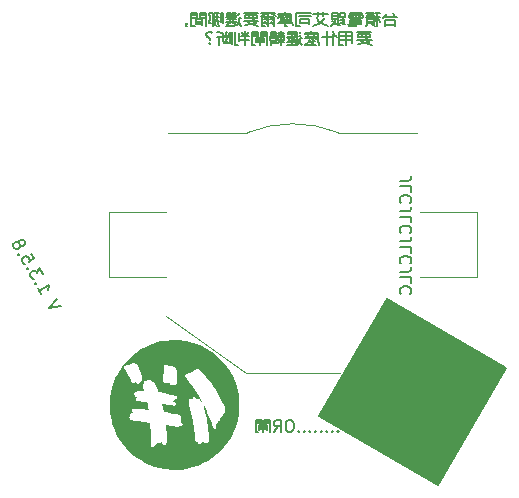
<source format=gbr>
%TF.GenerationSoftware,KiCad,Pcbnew,(6.0.5-0)*%
%TF.CreationDate,2022-06-08T15:31:11+08:00*%
%TF.ProjectId,dtl,64746c2e-6b69-4636-9164-5f7063625858,rev?*%
%TF.SameCoordinates,Original*%
%TF.FileFunction,Legend,Bot*%
%TF.FilePolarity,Positive*%
%FSLAX46Y46*%
G04 Gerber Fmt 4.6, Leading zero omitted, Abs format (unit mm)*
G04 Created by KiCad (PCBNEW (6.0.5-0)) date 2022-06-08 15:31:11*
%MOMM*%
%LPD*%
G01*
G04 APERTURE LIST*
%ADD10C,0.150000*%
%ADD11C,0.200000*%
%ADD12C,0.120000*%
G04 APERTURE END LIST*
D10*
X196500918Y-65262941D02*
X195468226Y-65474266D01*
X196167585Y-64685591D01*
X194492036Y-63783455D02*
X194777750Y-64278326D01*
X194634893Y-64030891D02*
X195500918Y-63530891D01*
X195424819Y-63684798D01*
X195389960Y-63814895D01*
X195396339Y-63921183D01*
X194360229Y-63364682D02*
X194295180Y-63347252D01*
X194277750Y-63412301D01*
X194342799Y-63429731D01*
X194360229Y-63364682D01*
X194277750Y-63412301D01*
X194953299Y-62582387D02*
X194643775Y-62046276D01*
X194480528Y-62525427D01*
X194409099Y-62401709D01*
X194320241Y-62343040D01*
X194255192Y-62325610D01*
X194148904Y-62331990D01*
X193942707Y-62451037D01*
X193884038Y-62539896D01*
X193866608Y-62604945D01*
X193872988Y-62711233D01*
X194015845Y-62958669D01*
X194104704Y-63017338D01*
X194169752Y-63034767D01*
X193645943Y-62127503D02*
X193580894Y-62110073D01*
X193563464Y-62175122D01*
X193628513Y-62192552D01*
X193645943Y-62127503D01*
X193563464Y-62175122D01*
X193953299Y-60850336D02*
X194191394Y-61262729D01*
X193802811Y-61542063D01*
X193820241Y-61477014D01*
X193813861Y-61370726D01*
X193694813Y-61164530D01*
X193605955Y-61105861D01*
X193540906Y-61088431D01*
X193434618Y-61094811D01*
X193228421Y-61213858D01*
X193169752Y-61302717D01*
X193152323Y-61367765D01*
X193158702Y-61474054D01*
X193277750Y-61680250D01*
X193366608Y-61738919D01*
X193431657Y-61756349D01*
X192931657Y-60890324D02*
X192866608Y-60872894D01*
X192849178Y-60937943D01*
X192914227Y-60955372D01*
X192931657Y-60890324D01*
X192849178Y-60937943D01*
X193034526Y-60116117D02*
X193123385Y-60174786D01*
X193188434Y-60192216D01*
X193294722Y-60185837D01*
X193335961Y-60162027D01*
X193394630Y-60073169D01*
X193412060Y-60008120D01*
X193405680Y-59901832D01*
X193310442Y-59736874D01*
X193221584Y-59678205D01*
X193156535Y-59660776D01*
X193050247Y-59667155D01*
X193009007Y-59690965D01*
X192950338Y-59779823D01*
X192932908Y-59844872D01*
X192939288Y-59951160D01*
X193034526Y-60116117D01*
X193040906Y-60222406D01*
X193023476Y-60287454D01*
X192964807Y-60376313D01*
X192799850Y-60471551D01*
X192693562Y-60477931D01*
X192628513Y-60460501D01*
X192539655Y-60401832D01*
X192444417Y-60236874D01*
X192438037Y-60130586D01*
X192455467Y-60065537D01*
X192514136Y-59976679D01*
X192679093Y-59881441D01*
X192785381Y-59875061D01*
X192850430Y-59892491D01*
X192939288Y-59951160D01*
X224938095Y-40833095D02*
X223842857Y-40833095D01*
X224795238Y-41499761D02*
X223938095Y-41499761D01*
X224795238Y-41071190D02*
X224795238Y-41547380D01*
X224795238Y-41071190D02*
X223938095Y-41071190D01*
X223938095Y-41547380D01*
X224080952Y-40595000D02*
X223747619Y-40928333D01*
X224557142Y-40452142D02*
X224795238Y-40833095D01*
X222985714Y-40499761D02*
X222319047Y-40499761D01*
X222938095Y-40642619D02*
X222366666Y-40642619D01*
X223461904Y-40785476D02*
X222271428Y-40785476D01*
X222938095Y-41023571D02*
X222366666Y-41023571D01*
X222938095Y-41214047D02*
X222366666Y-41214047D01*
X222938095Y-41356904D02*
X222366666Y-41356904D01*
X223223809Y-40499761D02*
X223223809Y-41547380D01*
X222938095Y-40880714D02*
X222938095Y-41356904D01*
X222652380Y-40404523D02*
X222652380Y-40737857D01*
X222938095Y-40880714D02*
X222366666Y-40880714D01*
X222366666Y-41356904D01*
X223223809Y-40880714D02*
X223033333Y-41118809D01*
X222509523Y-41452142D02*
X222271428Y-41547380D01*
X223223809Y-40785476D02*
X223461904Y-41261666D01*
X222795238Y-41404523D02*
X223033333Y-41547380D01*
X223080952Y-40452142D02*
X223461904Y-40499761D01*
X221938095Y-40499761D02*
X220938095Y-40499761D01*
X221890476Y-40785476D02*
X221604761Y-40785476D01*
X221319047Y-40785476D02*
X220985714Y-40785476D01*
X221938095Y-40928333D02*
X221604761Y-40928333D01*
X221319047Y-40928333D02*
X220938095Y-40928333D01*
X221890476Y-41214047D02*
X220938095Y-41214047D01*
X221890476Y-41404523D02*
X220938095Y-41404523D01*
X221414285Y-41547380D02*
X220842857Y-41547380D01*
X222033333Y-40642619D02*
X222033333Y-40833095D01*
X221890476Y-41071190D02*
X221890476Y-41452142D01*
X221461904Y-40499761D02*
X221461904Y-40975952D01*
X221414285Y-41071190D02*
X221414285Y-41547380D01*
X221890476Y-41071190D02*
X220938095Y-41071190D01*
X220938095Y-41404523D01*
X222033333Y-40642619D02*
X220842857Y-40642619D01*
X220842857Y-40833095D01*
X220795238Y-41404523D02*
X220842857Y-41547380D01*
X219938095Y-40737857D02*
X219414285Y-40737857D01*
X220509523Y-40833095D02*
X220128571Y-40833095D01*
X219938095Y-40975952D02*
X219414285Y-40975952D01*
X220319047Y-41071190D02*
X220080952Y-41071190D01*
X220509523Y-40499761D02*
X220509523Y-40785476D01*
X220461904Y-41023571D02*
X220461904Y-41452142D01*
X220319047Y-40833095D02*
X220319047Y-41404523D01*
X220509523Y-40499761D02*
X220128571Y-40499761D01*
X220128571Y-40785476D01*
X219938095Y-40499761D02*
X219938095Y-41499761D01*
X219938095Y-40499761D02*
X219414285Y-40499761D01*
X219414285Y-40975952D01*
X219604761Y-41309285D02*
X219366666Y-41547380D01*
X219414285Y-41166428D02*
X219604761Y-41261666D01*
X219747619Y-40975952D02*
X219557142Y-41404523D01*
X220080952Y-41356904D02*
X220557142Y-41452142D01*
X219652380Y-41452142D02*
X220080952Y-41499761D01*
X219080952Y-40547380D02*
X217842857Y-40547380D01*
X218700000Y-40404523D02*
X218700000Y-40737857D01*
X218223809Y-40404523D02*
X218223809Y-40737857D01*
X218795238Y-40880714D02*
X218700000Y-41071190D01*
X218461904Y-41309285D01*
X218223809Y-41452142D01*
X217842857Y-41547380D01*
X218128571Y-40833095D02*
X218223809Y-41118809D01*
X218461904Y-41309285D01*
X218700000Y-41452142D01*
X219080952Y-41547380D01*
X217604761Y-40737857D02*
X216604761Y-40737857D01*
X217461904Y-41309285D02*
X216747619Y-41309285D01*
X216700000Y-41547380D02*
X216366666Y-41547380D01*
X217461904Y-40975952D02*
X217461904Y-41404523D01*
X217461904Y-40975952D02*
X216747619Y-40975952D01*
X216747619Y-41309285D01*
X217604761Y-40499761D02*
X216366666Y-40499761D01*
X216366666Y-41547380D01*
X215985714Y-40547380D02*
X214890476Y-40547380D01*
X215890476Y-40690238D02*
X215414285Y-40690238D01*
X215366666Y-40690238D02*
X214938095Y-40690238D01*
X215842857Y-41166428D02*
X214985714Y-41166428D01*
X215938095Y-41356904D02*
X214890476Y-41356904D01*
X215652380Y-41547380D02*
X215414285Y-41547380D01*
X215652380Y-40595000D02*
X215652380Y-40975952D01*
X215461904Y-40404523D02*
X215461904Y-40547380D01*
X215842857Y-41071190D02*
X215414285Y-41071190D01*
X215414285Y-41547380D01*
X215128571Y-40595000D02*
X215128571Y-40928333D01*
X215128571Y-40690238D02*
X214890476Y-40928333D01*
X215128571Y-40690238D02*
X215366666Y-40928333D01*
X215652380Y-40690238D02*
X215890476Y-40928333D01*
X215700000Y-40737857D02*
X215461904Y-40833095D01*
X215985714Y-40547380D02*
X215985714Y-41166428D01*
X216080952Y-41499761D01*
X215080952Y-40975952D02*
X215414285Y-41023571D01*
X214604761Y-40499761D02*
X213414285Y-40499761D01*
X213747619Y-41547380D02*
X213557142Y-41547380D01*
X214509523Y-40785476D02*
X214509523Y-41547380D01*
X214033333Y-40499761D02*
X214033333Y-41547380D01*
X214509523Y-40785476D02*
X213509523Y-40785476D01*
X213509523Y-41547380D01*
X213795238Y-41261666D02*
X213700000Y-41356904D01*
X214366666Y-40928333D02*
X214176190Y-40975952D01*
X214319047Y-41261666D02*
X214176190Y-41356904D01*
X214223809Y-41214047D02*
X214414285Y-41452142D01*
X213700000Y-40833095D02*
X213938095Y-41071190D01*
X213700000Y-41214047D02*
X213938095Y-41452142D01*
X214176190Y-40833095D02*
X214414285Y-41071190D01*
X213890476Y-40928333D02*
X213700000Y-40975952D01*
X213795238Y-40595000D02*
X213414285Y-40737857D01*
X214319047Y-40595000D02*
X214652380Y-40737857D01*
X213128571Y-40499761D02*
X211985714Y-40499761D01*
X213080952Y-40928333D02*
X212033333Y-40928333D01*
X213176190Y-41118809D02*
X211938095Y-41118809D01*
X213080952Y-40690238D02*
X213080952Y-40928333D01*
X212747619Y-40499761D02*
X212747619Y-40928333D01*
X212366666Y-40499761D02*
X212366666Y-40928333D01*
X213080952Y-40690238D02*
X212033333Y-40690238D01*
X212033333Y-40928333D01*
X212223809Y-41118809D02*
X212414285Y-41356904D01*
X212604761Y-41452142D01*
X213176190Y-41547380D01*
X212700000Y-41023571D02*
X212985714Y-41356904D01*
X212033333Y-41499761D01*
X211319047Y-40642619D02*
X210985714Y-40642619D01*
X210842857Y-40642619D02*
X210557142Y-40642619D01*
X211319047Y-40785476D02*
X210985714Y-40785476D01*
X210842857Y-40785476D02*
X210461904Y-40785476D01*
X211319047Y-40975952D02*
X210509523Y-40975952D01*
X211366666Y-41214047D02*
X210461904Y-41214047D01*
X211080952Y-40880714D02*
X211080952Y-41214047D01*
X211319047Y-40499761D02*
X210985714Y-40499761D01*
X210985714Y-40642619D01*
X210747619Y-40880714D02*
X210747619Y-41214047D01*
X210842857Y-40499761D02*
X210557142Y-40499761D01*
X210557142Y-40642619D01*
X211652380Y-40452142D02*
X211461904Y-40642619D01*
X211700000Y-40928333D02*
X211509523Y-40928333D01*
X211509523Y-41356904D01*
X211700000Y-41547380D01*
X211319047Y-40642619D02*
X211319047Y-40833095D01*
X210747619Y-41309285D02*
X210509523Y-41404523D01*
X211080952Y-41309285D02*
X211319047Y-41404523D01*
X210842857Y-40642619D02*
X210842857Y-40833095D01*
X211557142Y-41404523D02*
X211080952Y-41547380D01*
X210461904Y-41547380D01*
X209842857Y-40785476D02*
X209414285Y-40785476D01*
X209842857Y-41118809D02*
X209414285Y-41118809D01*
X210223809Y-41214047D02*
X209985714Y-41214047D01*
X210223809Y-40499761D02*
X210223809Y-41309285D01*
X210223809Y-40499761D02*
X209985714Y-40499761D01*
X209985714Y-41214047D01*
X209319047Y-40499761D02*
X209319047Y-41547380D01*
X209319047Y-40499761D02*
X208985714Y-40499761D01*
X209128571Y-40880714D01*
X209700000Y-40499761D02*
X209700000Y-41166428D01*
X209890476Y-41547380D01*
X209033333Y-41356904D02*
X209176190Y-41356904D01*
X209890476Y-40499761D02*
X209461904Y-40499761D01*
X209509523Y-41499761D01*
X209700000Y-41547380D01*
X209080952Y-40975952D02*
X208985714Y-41214047D01*
X209033333Y-41356904D01*
X209700000Y-40833095D02*
X209795238Y-41356904D01*
X208747619Y-40690238D02*
X208271428Y-40690238D01*
X208033333Y-40690238D02*
X207509523Y-40690238D01*
X208747619Y-40880714D02*
X208271428Y-40880714D01*
X208033333Y-40880714D02*
X207509523Y-40880714D01*
X208414285Y-41214047D02*
X207890476Y-41214047D01*
X208414285Y-41452142D02*
X207890476Y-41452142D01*
X207795238Y-41547380D02*
X207509523Y-41547380D01*
X208747619Y-40499761D02*
X208747619Y-41547380D01*
X208414285Y-41023571D02*
X208414285Y-41499761D01*
X208747619Y-40499761D02*
X208271428Y-40499761D01*
X208271428Y-40880714D01*
X208033333Y-40499761D02*
X208033333Y-40880714D01*
X208414285Y-41023571D02*
X207890476Y-41023571D01*
X207890476Y-41404523D01*
X208033333Y-40499761D02*
X207509523Y-40499761D01*
X207509523Y-41547380D01*
X207128571Y-41356904D02*
X207080952Y-41404523D01*
X207128571Y-41452142D01*
X207176190Y-41404523D01*
X207128571Y-41356904D01*
X207128571Y-41452142D01*
X207080952Y-41404523D02*
X207080952Y-41547380D01*
X207128571Y-41595000D01*
X222723809Y-42109761D02*
X221580952Y-42109761D01*
X222676190Y-42538333D02*
X221628571Y-42538333D01*
X222771428Y-42728809D02*
X221533333Y-42728809D01*
X222676190Y-42300238D02*
X222676190Y-42538333D01*
X222342857Y-42109761D02*
X222342857Y-42538333D01*
X221961904Y-42109761D02*
X221961904Y-42538333D01*
X222676190Y-42300238D02*
X221628571Y-42300238D01*
X221628571Y-42538333D01*
X221819047Y-42728809D02*
X222009523Y-42966904D01*
X222200000Y-43062142D01*
X222771428Y-43157380D01*
X222295238Y-42633571D02*
X222580952Y-42966904D01*
X221628571Y-43109761D01*
X221104761Y-42443095D02*
X220057142Y-42443095D01*
X221104761Y-42776428D02*
X220057142Y-42776428D01*
X220342857Y-43157380D02*
X220057142Y-43157380D01*
X220628571Y-42109761D02*
X220628571Y-43157380D01*
X221104761Y-42109761D02*
X220057142Y-42109761D01*
X220057142Y-43157380D01*
X221104761Y-42109761D02*
X221104761Y-42728809D01*
X221152380Y-43014523D01*
X219438095Y-42490714D02*
X218580952Y-42490714D01*
X219533333Y-42252619D02*
X219533333Y-43157380D01*
X219009523Y-42014523D02*
X219009523Y-43157380D01*
X219580952Y-42347857D02*
X219819047Y-42538333D01*
X219485714Y-42014523D02*
X219628571Y-42347857D01*
X218247619Y-42157380D02*
X217104761Y-42157380D01*
X218104761Y-42300238D02*
X217723809Y-42300238D01*
X217580952Y-42300238D02*
X217152380Y-42300238D01*
X217247619Y-42633571D02*
X217104761Y-42633571D01*
X218104761Y-43157380D02*
X217152380Y-43157380D01*
X217914285Y-42205000D02*
X217914285Y-42633571D01*
X217723809Y-42395476D02*
X217723809Y-42585952D01*
X217676190Y-42014523D02*
X217676190Y-42157380D01*
X217390476Y-42205000D02*
X217390476Y-42633571D01*
X217200000Y-42395476D02*
X217200000Y-42633571D01*
X217295238Y-43014523D02*
X217152380Y-43157380D01*
X217438095Y-42966904D02*
X217295238Y-43014523D01*
X217723809Y-42681190D02*
X217914285Y-42871666D01*
X217485714Y-42776428D02*
X217676190Y-42966904D01*
X218009523Y-42824047D02*
X217771428Y-42966904D01*
X217723809Y-43014523D02*
X217914285Y-43109761D01*
X218057142Y-42443095D02*
X218104761Y-42681190D01*
X217580952Y-42395476D02*
X217580952Y-42633571D01*
X218247619Y-42157380D02*
X218247619Y-42776428D01*
X218295238Y-43157380D01*
X216485714Y-42252619D02*
X215676190Y-42252619D01*
X216057142Y-42490714D02*
X215628571Y-42490714D01*
X216057142Y-42633571D02*
X215676190Y-42633571D01*
X216580952Y-42728809D02*
X216200000Y-42728809D01*
X216057142Y-42824047D02*
X215676190Y-42824047D01*
X216057142Y-42966904D02*
X215628571Y-42966904D01*
X216438095Y-43157380D02*
X215628571Y-43157380D01*
X216485714Y-42062142D02*
X216485714Y-42252619D01*
X216342857Y-42681190D02*
X216342857Y-43062142D01*
X216009523Y-42395476D02*
X216009523Y-43062142D01*
X215819047Y-42395476D02*
X215819047Y-42966904D01*
X216819047Y-42062142D02*
X216676190Y-42205000D01*
X216295238Y-42585952D02*
X216152380Y-42728809D01*
X216533333Y-42443095D02*
X216390476Y-42538333D01*
X216819047Y-42347857D02*
X216676190Y-42443095D01*
X216866666Y-42633571D02*
X216676190Y-42633571D01*
X216723809Y-43014523D01*
X216866666Y-43157380D01*
X216390476Y-42347857D02*
X216485714Y-42443095D01*
X216247619Y-42443095D02*
X216533333Y-42681190D01*
X216247619Y-42776428D02*
X216200000Y-42919285D01*
X216533333Y-42776428D02*
X216533333Y-42966904D01*
X216009523Y-42300238D02*
X216152380Y-42585952D01*
X216247619Y-42062142D02*
X216247619Y-42252619D01*
X215961904Y-42062142D02*
X215961904Y-42252619D01*
X216485714Y-42062142D02*
X215676190Y-42062142D01*
X215723809Y-42252619D01*
X216723809Y-43014523D02*
X216485714Y-43109761D01*
X216200000Y-43157380D01*
X215390476Y-42205000D02*
X214819047Y-42205000D01*
X214723809Y-42300238D02*
X214247619Y-42300238D01*
X215342857Y-42538333D02*
X214866666Y-42538333D01*
X214676190Y-42633571D02*
X214247619Y-42633571D01*
X215342857Y-42728809D02*
X214866666Y-42728809D01*
X214676190Y-42824047D02*
X214247619Y-42824047D01*
X215390476Y-42919285D02*
X214819047Y-42919285D01*
X214723809Y-43014523D02*
X214247619Y-43014523D01*
X214819047Y-43062142D02*
X214390476Y-43062142D01*
X215342857Y-42347857D02*
X215342857Y-42728809D01*
X215104761Y-42014523D02*
X215104761Y-43157380D01*
X215342857Y-42347857D02*
X214866666Y-42347857D01*
X214866666Y-42728809D01*
X214723809Y-42062142D02*
X214723809Y-42300238D01*
X214676190Y-42443095D02*
X214676190Y-43014523D01*
X214771428Y-42443095D02*
X214200000Y-42443095D01*
X214247619Y-43157380D01*
X214723809Y-42062142D02*
X214247619Y-42062142D01*
X214247619Y-42300238D01*
X213914285Y-42252619D02*
X213438095Y-42252619D01*
X213200000Y-42252619D02*
X212676190Y-42252619D01*
X213914285Y-42443095D02*
X213438095Y-42443095D01*
X213200000Y-42443095D02*
X212676190Y-42443095D01*
X213628571Y-42728809D02*
X212961904Y-42728809D01*
X213628571Y-42919285D02*
X212961904Y-42919285D01*
X212866666Y-43157380D02*
X212676190Y-43157380D01*
X213914285Y-42109761D02*
X213914285Y-43157380D01*
X213628571Y-42585952D02*
X213628571Y-42966904D01*
X213914285Y-42109761D02*
X213390476Y-42109761D01*
X213390476Y-42443095D01*
X213295238Y-42585952D02*
X213295238Y-43157380D01*
X213200000Y-42109761D02*
X213200000Y-42443095D01*
X213628571Y-42585952D02*
X212961904Y-42585952D01*
X212961904Y-42966904D01*
X213200000Y-42109761D02*
X212676190Y-42109761D01*
X212676190Y-43157380D01*
X212390476Y-42443095D02*
X211723809Y-42443095D01*
X212438095Y-42728809D02*
X211676190Y-42728809D01*
X211485714Y-43157380D02*
X211200000Y-43157380D01*
X212057142Y-42014523D02*
X212057142Y-43157380D01*
X211580952Y-42157380D02*
X211580952Y-42824047D01*
X211200000Y-42062142D02*
X211200000Y-43157380D01*
X212342857Y-42109761D02*
X212247619Y-42347857D01*
X211771428Y-42109761D02*
X211866666Y-42347857D01*
X210914285Y-42395476D02*
X210628571Y-42395476D01*
X210580952Y-42395476D02*
X210295238Y-42395476D01*
X210200000Y-42490714D02*
X209723809Y-42490714D01*
X210961904Y-42490714D02*
X210295238Y-42490714D01*
X210580952Y-42966904D02*
X210295238Y-42966904D01*
X210961904Y-43014523D02*
X210342857Y-43014523D01*
X210961904Y-42062142D02*
X210961904Y-43109761D01*
X209866666Y-42490714D02*
X209866666Y-43157380D01*
X210866666Y-42205000D02*
X210771428Y-42300238D01*
X210866666Y-42681190D02*
X210771428Y-42824047D01*
X210771428Y-42062142D02*
X210819047Y-42205000D01*
X210914285Y-42966904D02*
X210676190Y-42919285D01*
X210676190Y-42966904D01*
X210723809Y-42157380D02*
X210819047Y-42395476D01*
X210771428Y-42585952D02*
X210771428Y-42681190D01*
X210819047Y-42919285D01*
X210485714Y-42062142D02*
X210533333Y-42205000D01*
X210438095Y-42252619D01*
X210485714Y-42395476D01*
X210485714Y-42538333D02*
X210533333Y-42681190D01*
X210438095Y-42776428D01*
X210485714Y-42919285D01*
X209723809Y-42062142D02*
X210200000Y-42157380D01*
X210200000Y-42776428D01*
X210247619Y-43062142D01*
X209057142Y-43014523D02*
X209009523Y-43062142D01*
X209057142Y-43109761D01*
X209104761Y-43062142D01*
X209057142Y-43014523D01*
X209057142Y-43109761D01*
X209247619Y-42157380D02*
X209152380Y-42109761D01*
X208914285Y-42109761D01*
X208819047Y-42157380D01*
X208771428Y-42252619D01*
X208771428Y-42347857D01*
X208819047Y-42443095D01*
X208866666Y-42490714D01*
X208961904Y-42538333D01*
X209009523Y-42585952D01*
X209057142Y-42681190D01*
X209057142Y-42728809D01*
X225152380Y-54680952D02*
X225866666Y-54680952D01*
X226009523Y-54633333D01*
X226104761Y-54538095D01*
X226152380Y-54395238D01*
X226152380Y-54300000D01*
X226152380Y-55633333D02*
X226152380Y-55157142D01*
X225152380Y-55157142D01*
X226057142Y-56538095D02*
X226104761Y-56490476D01*
X226152380Y-56347619D01*
X226152380Y-56252380D01*
X226104761Y-56109523D01*
X226009523Y-56014285D01*
X225914285Y-55966666D01*
X225723809Y-55919047D01*
X225580952Y-55919047D01*
X225390476Y-55966666D01*
X225295238Y-56014285D01*
X225200000Y-56109523D01*
X225152380Y-56252380D01*
X225152380Y-56347619D01*
X225200000Y-56490476D01*
X225247619Y-56538095D01*
X225152380Y-57252380D02*
X225866666Y-57252380D01*
X226009523Y-57204761D01*
X226104761Y-57109523D01*
X226152380Y-56966666D01*
X226152380Y-56871428D01*
X226152380Y-58204761D02*
X226152380Y-57728571D01*
X225152380Y-57728571D01*
X226057142Y-59109523D02*
X226104761Y-59061904D01*
X226152380Y-58919047D01*
X226152380Y-58823809D01*
X226104761Y-58680952D01*
X226009523Y-58585714D01*
X225914285Y-58538095D01*
X225723809Y-58490476D01*
X225580952Y-58490476D01*
X225390476Y-58538095D01*
X225295238Y-58585714D01*
X225200000Y-58680952D01*
X225152380Y-58823809D01*
X225152380Y-58919047D01*
X225200000Y-59061904D01*
X225247619Y-59109523D01*
X225152380Y-59823809D02*
X225866666Y-59823809D01*
X226009523Y-59776190D01*
X226104761Y-59680952D01*
X226152380Y-59538095D01*
X226152380Y-59442857D01*
X226152380Y-60776190D02*
X226152380Y-60300000D01*
X225152380Y-60300000D01*
X226057142Y-61680952D02*
X226104761Y-61633333D01*
X226152380Y-61490476D01*
X226152380Y-61395238D01*
X226104761Y-61252380D01*
X226009523Y-61157142D01*
X225914285Y-61109523D01*
X225723809Y-61061904D01*
X225580952Y-61061904D01*
X225390476Y-61109523D01*
X225295238Y-61157142D01*
X225200000Y-61252380D01*
X225152380Y-61395238D01*
X225152380Y-61490476D01*
X225200000Y-61633333D01*
X225247619Y-61680952D01*
X225152380Y-62395238D02*
X225866666Y-62395238D01*
X226009523Y-62347619D01*
X226104761Y-62252380D01*
X226152380Y-62109523D01*
X226152380Y-62014285D01*
X226152380Y-63347619D02*
X226152380Y-62871428D01*
X225152380Y-62871428D01*
X226057142Y-64252380D02*
X226104761Y-64204761D01*
X226152380Y-64061904D01*
X226152380Y-63966666D01*
X226104761Y-63823809D01*
X226009523Y-63728571D01*
X225914285Y-63680952D01*
X225723809Y-63633333D01*
X225580952Y-63633333D01*
X225390476Y-63680952D01*
X225295238Y-63728571D01*
X225200000Y-63823809D01*
X225152380Y-63966666D01*
X225152380Y-64061904D01*
X225200000Y-64204761D01*
X225247619Y-64252380D01*
X219928571Y-75857142D02*
X219880952Y-75904761D01*
X219928571Y-75952380D01*
X219976190Y-75904761D01*
X219928571Y-75857142D01*
X219928571Y-75952380D01*
X219452380Y-75857142D02*
X219404761Y-75904761D01*
X219452380Y-75952380D01*
X219500000Y-75904761D01*
X219452380Y-75857142D01*
X219452380Y-75952380D01*
X218976190Y-75857142D02*
X218928571Y-75904761D01*
X218976190Y-75952380D01*
X219023809Y-75904761D01*
X218976190Y-75857142D01*
X218976190Y-75952380D01*
X218500000Y-75857142D02*
X218452380Y-75904761D01*
X218500000Y-75952380D01*
X218547619Y-75904761D01*
X218500000Y-75857142D01*
X218500000Y-75952380D01*
X218023809Y-75857142D02*
X217976190Y-75904761D01*
X218023809Y-75952380D01*
X218071428Y-75904761D01*
X218023809Y-75857142D01*
X218023809Y-75952380D01*
X217547619Y-75857142D02*
X217500000Y-75904761D01*
X217547619Y-75952380D01*
X217595238Y-75904761D01*
X217547619Y-75857142D01*
X217547619Y-75952380D01*
X217071428Y-75857142D02*
X217023809Y-75904761D01*
X217071428Y-75952380D01*
X217119047Y-75904761D01*
X217071428Y-75857142D01*
X217071428Y-75952380D01*
X216595238Y-75857142D02*
X216547619Y-75904761D01*
X216595238Y-75952380D01*
X216642857Y-75904761D01*
X216595238Y-75857142D01*
X216595238Y-75952380D01*
X215928571Y-74952380D02*
X215738095Y-74952380D01*
X215642857Y-75000000D01*
X215547619Y-75095238D01*
X215500000Y-75285714D01*
X215500000Y-75619047D01*
X215547619Y-75809523D01*
X215642857Y-75904761D01*
X215738095Y-75952380D01*
X215928571Y-75952380D01*
X216023809Y-75904761D01*
X216119047Y-75809523D01*
X216166666Y-75619047D01*
X216166666Y-75285714D01*
X216119047Y-75095238D01*
X216023809Y-75000000D01*
X215928571Y-74952380D01*
X214500000Y-75952380D02*
X214833333Y-75476190D01*
X215071428Y-75952380D02*
X215071428Y-74952380D01*
X214690476Y-74952380D01*
X214595238Y-75000000D01*
X214547619Y-75047619D01*
X214500000Y-75142857D01*
X214500000Y-75285714D01*
X214547619Y-75380952D01*
X214595238Y-75428571D01*
X214690476Y-75476190D01*
X215071428Y-75476190D01*
X214214285Y-75047619D02*
X213738095Y-75047619D01*
X213500000Y-75047619D02*
X212976190Y-75047619D01*
X214214285Y-75238095D02*
X213738095Y-75238095D01*
X213500000Y-75238095D02*
X212976190Y-75238095D01*
X213928571Y-75523809D02*
X213261904Y-75523809D01*
X213928571Y-75714285D02*
X213261904Y-75714285D01*
X213166666Y-75952380D02*
X212976190Y-75952380D01*
X214214285Y-74904761D02*
X214214285Y-75952380D01*
X213928571Y-75380952D02*
X213928571Y-75761904D01*
X214214285Y-74904761D02*
X213690476Y-74904761D01*
X213690476Y-75238095D01*
X213595238Y-75380952D02*
X213595238Y-75952380D01*
X213500000Y-74904761D02*
X213500000Y-75238095D01*
X213928571Y-75380952D02*
X213261904Y-75380952D01*
X213261904Y-75761904D01*
X213500000Y-74904761D02*
X212976190Y-74904761D01*
X212976190Y-75952380D01*
D11*
G36*
X234160159Y-70497725D02*
G01*
X228419760Y-80440389D01*
X218323116Y-74611089D01*
X224063516Y-64668425D01*
X234160159Y-70497725D01*
G37*
X234160159Y-70497725D02*
X228419760Y-80440389D01*
X218323116Y-74611089D01*
X224063516Y-64668425D01*
X234160159Y-70497725D01*
%TO.C,G\u002A\u002A\u002A*%
G36*
X211562611Y-74302680D02*
G01*
X211542427Y-74469240D01*
X211513913Y-74636948D01*
X211475834Y-74816295D01*
X211426952Y-75017770D01*
X211407911Y-75091647D01*
X211349087Y-75301286D01*
X211286369Y-75493433D01*
X211214853Y-75681276D01*
X211129639Y-75877999D01*
X211025825Y-76096789D01*
X210851419Y-76424086D01*
X210597620Y-76822499D01*
X210312266Y-77194782D01*
X209997398Y-77539514D01*
X209655055Y-77855275D01*
X209287279Y-78140644D01*
X208896110Y-78394201D01*
X208483589Y-78614525D01*
X208051756Y-78800197D01*
X207602652Y-78949795D01*
X207138317Y-79061901D01*
X206660792Y-79135092D01*
X206597596Y-79140642D01*
X206461418Y-79147187D01*
X206298486Y-79150166D01*
X206118550Y-79149792D01*
X205931357Y-79146282D01*
X205746656Y-79139849D01*
X205574197Y-79130711D01*
X205423727Y-79119081D01*
X205304995Y-79105174D01*
X205162478Y-79080839D01*
X204967453Y-79040773D01*
X204761955Y-78992466D01*
X204559123Y-78939220D01*
X204372093Y-78884334D01*
X204214003Y-78831109D01*
X204163356Y-78811891D01*
X203987807Y-78738706D01*
X203794995Y-78650132D01*
X203596397Y-78551971D01*
X203403487Y-78450026D01*
X203227744Y-78350101D01*
X203080642Y-78257998D01*
X203054507Y-78240419D01*
X202658825Y-77948282D01*
X202294936Y-77628907D01*
X201963624Y-77283183D01*
X201665674Y-76911996D01*
X201401868Y-76516236D01*
X201172990Y-76096789D01*
X201137011Y-76022666D01*
X201039761Y-75812471D01*
X200959523Y-75620069D01*
X200891395Y-75432276D01*
X200830476Y-75235904D01*
X200771863Y-75017770D01*
X200756041Y-74954607D01*
X200712565Y-74770059D01*
X202274899Y-74770059D01*
X202280812Y-74813686D01*
X202296604Y-74851498D01*
X202325204Y-74884469D01*
X202369540Y-74913572D01*
X202432539Y-74939781D01*
X202517129Y-74964070D01*
X202626237Y-74987414D01*
X202762792Y-75010784D01*
X202929720Y-75035157D01*
X203129950Y-75061504D01*
X203366410Y-75090801D01*
X203642026Y-75124021D01*
X203674692Y-75128005D01*
X203783135Y-75142211D01*
X203876718Y-75155913D01*
X203946357Y-75167718D01*
X203982970Y-75176237D01*
X203999783Y-75184900D01*
X204015275Y-75204619D01*
X204025821Y-75241693D01*
X204033555Y-75304451D01*
X204040610Y-75401224D01*
X204047165Y-75505164D01*
X204063456Y-75776593D01*
X204076151Y-76011891D01*
X204085413Y-76215555D01*
X204091403Y-76392084D01*
X204094285Y-76545975D01*
X204094221Y-76681725D01*
X204091375Y-76803833D01*
X204088171Y-76895523D01*
X204085515Y-76993928D01*
X204085722Y-77062310D01*
X204089534Y-77107881D01*
X204097691Y-77137854D01*
X204110934Y-77159441D01*
X204130004Y-77179854D01*
X204130221Y-77180071D01*
X204181798Y-77215447D01*
X204235187Y-77230151D01*
X204236337Y-77230137D01*
X204283195Y-77216059D01*
X204334947Y-77183229D01*
X204376828Y-77143087D01*
X204394070Y-77107072D01*
X204394359Y-77105241D01*
X204416442Y-77086770D01*
X204462919Y-77068741D01*
X204512968Y-77045220D01*
X204563544Y-76983012D01*
X204564481Y-76981060D01*
X204585207Y-76945361D01*
X204612203Y-76924125D01*
X204657472Y-76911620D01*
X204733019Y-76902118D01*
X204801055Y-76892212D01*
X204872122Y-76875673D01*
X204917636Y-76857677D01*
X204962736Y-76834107D01*
X205011518Y-76830763D01*
X205052708Y-76863077D01*
X205093420Y-76934143D01*
X205125375Y-76990482D01*
X205179712Y-77044905D01*
X205237375Y-77061298D01*
X205295475Y-77041826D01*
X205351125Y-76988654D01*
X205401436Y-76903947D01*
X205443518Y-76789868D01*
X205474485Y-76648583D01*
X205477637Y-76626983D01*
X205484253Y-76556479D01*
X205486045Y-76475186D01*
X205482652Y-76377939D01*
X205473712Y-76259569D01*
X205458864Y-76114911D01*
X205437748Y-75938798D01*
X205410001Y-75726064D01*
X205403006Y-75673803D01*
X205387084Y-75552856D01*
X205376704Y-75466381D01*
X205371799Y-75408827D01*
X205372305Y-75374642D01*
X205378154Y-75358277D01*
X205389281Y-75354180D01*
X205405621Y-75356800D01*
X205407308Y-75357168D01*
X205532467Y-75383436D01*
X205669427Y-75410483D01*
X205811518Y-75437172D01*
X205952073Y-75462364D01*
X206084424Y-75484924D01*
X206201902Y-75503714D01*
X206297841Y-75517597D01*
X206365571Y-75525436D01*
X206398425Y-75526094D01*
X206436586Y-75505268D01*
X206471177Y-75458515D01*
X206472256Y-75455726D01*
X206496142Y-75419015D01*
X206528684Y-75418540D01*
X206543967Y-75424383D01*
X206629668Y-75445937D01*
X206693348Y-75437081D01*
X206742232Y-75397087D01*
X206745731Y-75392557D01*
X206775626Y-75345707D01*
X206787898Y-75311109D01*
X206777131Y-75257806D01*
X206734031Y-75193861D01*
X206668558Y-75153154D01*
X206632917Y-75140381D01*
X206593960Y-75116149D01*
X206588464Y-75082188D01*
X206611104Y-75026786D01*
X206611135Y-75026723D01*
X206632287Y-74977141D01*
X206631589Y-74941068D01*
X206608603Y-74895477D01*
X206605805Y-74890729D01*
X206584626Y-74848588D01*
X206587641Y-74820316D01*
X206616262Y-74785662D01*
X206620240Y-74781224D01*
X206652837Y-74716476D01*
X206657474Y-74642614D01*
X206632645Y-74578650D01*
X206624013Y-74570192D01*
X206570544Y-74542285D01*
X206476144Y-74510391D01*
X206341727Y-74474736D01*
X206168205Y-74435550D01*
X205956491Y-74393060D01*
X205707497Y-74347494D01*
X205614273Y-74330896D01*
X205482726Y-74306746D01*
X205369200Y-74285031D01*
X205279632Y-74266925D01*
X205219957Y-74253605D01*
X205196110Y-74246244D01*
X205192897Y-74240052D01*
X205180835Y-74200276D01*
X205163869Y-74132109D01*
X205143809Y-74044260D01*
X205122465Y-73945436D01*
X205101651Y-73844344D01*
X205083176Y-73749691D01*
X205068853Y-73670186D01*
X205060492Y-73614537D01*
X205059905Y-73591449D01*
X205074540Y-73591131D01*
X205126167Y-73595854D01*
X205209398Y-73605654D01*
X205318468Y-73619805D01*
X205447613Y-73637582D01*
X205591069Y-73658260D01*
X205717424Y-73676704D01*
X205862730Y-73696917D01*
X205974555Y-73710288D01*
X206057792Y-73716657D01*
X206117337Y-73715866D01*
X206158085Y-73707755D01*
X206184930Y-73692164D01*
X206202767Y-73668935D01*
X206216491Y-73637908D01*
X206225377Y-73583881D01*
X206205026Y-73513657D01*
X206153383Y-73454639D01*
X206076566Y-73416509D01*
X206024465Y-73397130D01*
X205979864Y-73364890D01*
X205969114Y-73330857D01*
X205995983Y-73300459D01*
X206033663Y-73273232D01*
X206079287Y-73231610D01*
X206126416Y-73198933D01*
X206182023Y-73183945D01*
X206239958Y-73175512D01*
X206301624Y-73140021D01*
X206336461Y-73085168D01*
X206339545Y-73020088D01*
X206305955Y-72953918D01*
X206276210Y-72932239D01*
X206205873Y-72902567D01*
X206097322Y-72869099D01*
X205949781Y-72831638D01*
X205762472Y-72789992D01*
X205534618Y-72743965D01*
X205265442Y-72693363D01*
X204770426Y-72603001D01*
X204741702Y-72538636D01*
X204722365Y-72495029D01*
X204690277Y-72422362D01*
X204650065Y-72331122D01*
X204606216Y-72231480D01*
X204533483Y-72070885D01*
X204466613Y-71936103D01*
X204407541Y-71834216D01*
X204353436Y-71761451D01*
X204301468Y-71714033D01*
X204248806Y-71688190D01*
X204192618Y-71680148D01*
X204163137Y-71672464D01*
X204125121Y-71639942D01*
X204110647Y-71624803D01*
X204074544Y-71602409D01*
X205099055Y-71602409D01*
X205101672Y-71639683D01*
X205109102Y-71665872D01*
X205121163Y-71687677D01*
X205164747Y-71728410D01*
X205224526Y-71754941D01*
X205285311Y-71773888D01*
X205339675Y-71800223D01*
X205346568Y-71804382D01*
X205388030Y-71818144D01*
X205450240Y-71821741D01*
X205543570Y-71815975D01*
X205605666Y-71810563D01*
X205661639Y-71808075D01*
X205692138Y-71813444D01*
X205706850Y-71828983D01*
X205715463Y-71857004D01*
X205738056Y-71902520D01*
X205781984Y-71946835D01*
X205816480Y-71963958D01*
X205902186Y-71985244D01*
X206001656Y-71992436D01*
X206097661Y-71984871D01*
X206172969Y-71961885D01*
X206182703Y-71956611D01*
X206218982Y-71931368D01*
X206247214Y-71898126D01*
X206268245Y-71851984D01*
X206282926Y-71788039D01*
X206292104Y-71701387D01*
X206296627Y-71587128D01*
X206297345Y-71440357D01*
X206295106Y-71256172D01*
X206294583Y-71225575D01*
X206294152Y-71204150D01*
X206978557Y-71204150D01*
X206978559Y-71204531D01*
X206994236Y-71252979D01*
X207039168Y-71326385D01*
X207111242Y-71421289D01*
X207126642Y-71440357D01*
X207145704Y-71463960D01*
X207316758Y-71683121D01*
X207491598Y-71918341D01*
X207665650Y-72162811D01*
X207834340Y-72409724D01*
X207993094Y-72652273D01*
X208137339Y-72883652D01*
X208262499Y-73097053D01*
X208364002Y-73285669D01*
X208392776Y-73344168D01*
X208405401Y-73378734D01*
X208400454Y-73392997D01*
X208379151Y-73395789D01*
X208348085Y-73383931D01*
X208318153Y-73337532D01*
X208310683Y-73320522D01*
X208274518Y-73264469D01*
X208226047Y-73208583D01*
X208210823Y-73193833D01*
X208166031Y-73158102D01*
X208123808Y-73145798D01*
X208064745Y-73149853D01*
X208063392Y-73150034D01*
X208004897Y-73154399D01*
X207972377Y-73144138D01*
X207950880Y-73114624D01*
X207910249Y-73050693D01*
X207846573Y-72992514D01*
X207778475Y-72972102D01*
X207715514Y-72979367D01*
X207655760Y-73013760D01*
X207624717Y-73077848D01*
X207617274Y-73105073D01*
X207593978Y-73134646D01*
X207546012Y-73141577D01*
X207545049Y-73141578D01*
X207469291Y-73149316D01*
X207393344Y-73168918D01*
X207331372Y-73195641D01*
X207297539Y-73224746D01*
X207294835Y-73232080D01*
X207287307Y-73278678D01*
X207282059Y-73351462D01*
X207280094Y-73438157D01*
X207281128Y-73500227D01*
X207287398Y-73581101D01*
X207301466Y-73662958D01*
X207325732Y-73758681D01*
X207362594Y-73881150D01*
X207390859Y-73973357D01*
X207489940Y-74331988D01*
X207576424Y-74701457D01*
X207644799Y-75058758D01*
X207645098Y-75060546D01*
X207663180Y-75173838D01*
X207683873Y-75311109D01*
X207684947Y-75318232D01*
X207709291Y-75485617D01*
X207735099Y-75667882D01*
X207761262Y-75856916D01*
X207786668Y-76044608D01*
X207810209Y-76222847D01*
X207830772Y-76383522D01*
X207847247Y-76518523D01*
X207858525Y-76619739D01*
X207872942Y-76761370D01*
X207971246Y-76786779D01*
X207987855Y-76791370D01*
X208062197Y-76825017D01*
X208112198Y-76878175D01*
X208120662Y-76890656D01*
X208166320Y-76933933D01*
X208228712Y-76949359D01*
X208297203Y-76946397D01*
X208354705Y-76917840D01*
X208385353Y-76859696D01*
X208405361Y-76820424D01*
X208449538Y-76806464D01*
X208485916Y-76803984D01*
X208533872Y-76793606D01*
X208554282Y-76790735D01*
X208567381Y-76813589D01*
X208567384Y-76814220D01*
X208586542Y-76860123D01*
X208636534Y-76892057D01*
X208707607Y-76907838D01*
X208790009Y-76905284D01*
X208873986Y-76882212D01*
X208892534Y-76873527D01*
X208926439Y-76849102D01*
X208951841Y-76813089D01*
X208969674Y-76760373D01*
X208980873Y-76685842D01*
X208986372Y-76584382D01*
X208987107Y-76450880D01*
X208984010Y-76280221D01*
X208983411Y-76258371D01*
X208970483Y-76020321D01*
X208945803Y-75751133D01*
X208910656Y-75459109D01*
X208866327Y-75152550D01*
X208814102Y-74839756D01*
X208755264Y-74529027D01*
X208691098Y-74228666D01*
X208622889Y-73946973D01*
X208613914Y-73911982D01*
X208589384Y-73812443D01*
X208570761Y-73730893D01*
X208559731Y-73674978D01*
X208557977Y-73652343D01*
X208568823Y-73660686D01*
X208594364Y-73703534D01*
X208632036Y-73778130D01*
X208680070Y-73880301D01*
X208736698Y-74005871D01*
X208800150Y-74150667D01*
X208868656Y-74310513D01*
X208940448Y-74481236D01*
X209013756Y-74658659D01*
X209086811Y-74838610D01*
X209157844Y-75016914D01*
X209225086Y-75189395D01*
X209286767Y-75351880D01*
X209341118Y-75500194D01*
X209370130Y-75574447D01*
X209410635Y-75649297D01*
X209453342Y-75688218D01*
X209502892Y-75694804D01*
X209563927Y-75672646D01*
X209595612Y-75652106D01*
X209631918Y-75602074D01*
X209642230Y-75529839D01*
X209628367Y-75428508D01*
X209626466Y-75419617D01*
X209615900Y-75360095D01*
X209618428Y-75318045D01*
X209638190Y-75276367D01*
X209679323Y-75217960D01*
X209710328Y-75171617D01*
X209741594Y-75112743D01*
X209753703Y-75071808D01*
X209754111Y-75062076D01*
X209768916Y-75034353D01*
X209813207Y-75026981D01*
X209861591Y-75022369D01*
X209915465Y-74994761D01*
X209948449Y-74937433D01*
X209965130Y-74844886D01*
X209972197Y-74780159D01*
X209983391Y-74739050D01*
X210004352Y-74718034D01*
X210041444Y-74705488D01*
X210105305Y-74669193D01*
X210143511Y-74599598D01*
X210156205Y-74496376D01*
X210156209Y-74492924D01*
X210159609Y-74440385D01*
X210174320Y-74417590D01*
X210207652Y-74412636D01*
X210245044Y-74406105D01*
X210291557Y-74380179D01*
X210298899Y-74371254D01*
X210321149Y-74326458D01*
X210338369Y-74269701D01*
X210346284Y-74217779D01*
X210340617Y-74187485D01*
X210339238Y-74184912D01*
X210342460Y-74154016D01*
X210359285Y-74104353D01*
X210366699Y-74085756D01*
X210376116Y-74049333D01*
X210373918Y-74010806D01*
X210358396Y-73957903D01*
X210327845Y-73878349D01*
X210252795Y-73697432D01*
X210107320Y-73376685D01*
X209943458Y-73046237D01*
X209767919Y-72718892D01*
X209587415Y-72407455D01*
X209408658Y-72124729D01*
X209387773Y-72093508D01*
X209242263Y-71884479D01*
X209084954Y-71671486D01*
X208921367Y-71461292D01*
X208757018Y-71260662D01*
X208597427Y-71076358D01*
X208448112Y-70915144D01*
X208314591Y-70783785D01*
X208240057Y-70716300D01*
X208173509Y-70660865D01*
X208120692Y-70625022D01*
X208073007Y-70603057D01*
X208021852Y-70589255D01*
X207996329Y-70584940D01*
X207959314Y-70588112D01*
X207923538Y-70611339D01*
X207875383Y-70661321D01*
X207825879Y-70710968D01*
X207778551Y-70739897D01*
X207727055Y-70747749D01*
X207715799Y-70748062D01*
X207668350Y-70758921D01*
X207617986Y-70790151D01*
X207553270Y-70848374D01*
X207501179Y-70901805D01*
X207460421Y-70948613D01*
X207441682Y-70976802D01*
X207438866Y-70983712D01*
X207418358Y-70994085D01*
X207373066Y-70981764D01*
X207347913Y-70973653D01*
X207301097Y-70973222D01*
X207246401Y-70998906D01*
X207244468Y-71000057D01*
X207180910Y-71031720D01*
X207121012Y-71052739D01*
X207049235Y-71085419D01*
X206997981Y-71139680D01*
X206978557Y-71204150D01*
X206294152Y-71204150D01*
X206291525Y-71073685D01*
X206287896Y-70956086D01*
X206283072Y-70865903D01*
X206276431Y-70796261D01*
X206267347Y-70740284D01*
X206255197Y-70691098D01*
X206239358Y-70641827D01*
X206212359Y-70570287D01*
X206185987Y-70511388D01*
X206166695Y-70479944D01*
X206157862Y-70473399D01*
X206114186Y-70449190D01*
X206046329Y-70416316D01*
X205964732Y-70379950D01*
X205890219Y-70348619D01*
X205829981Y-70326363D01*
X205789549Y-70317998D01*
X205758762Y-70321609D01*
X205727461Y-70335286D01*
X205708332Y-70344833D01*
X205652533Y-70363575D01*
X205611474Y-70353402D01*
X205570476Y-70312149D01*
X205536677Y-70281325D01*
X205465654Y-70250901D01*
X205383998Y-70242380D01*
X205303915Y-70254873D01*
X205237611Y-70287490D01*
X205197292Y-70339342D01*
X205189942Y-70378054D01*
X205183697Y-70449771D01*
X205179482Y-70543390D01*
X205177949Y-70648502D01*
X205177351Y-70695399D01*
X205172020Y-70823591D01*
X205162051Y-70972181D01*
X205148527Y-71126312D01*
X205132532Y-71271128D01*
X205121915Y-71357055D01*
X205114610Y-71419668D01*
X205108994Y-71467797D01*
X205101435Y-71547347D01*
X205099055Y-71602409D01*
X204074544Y-71602409D01*
X204060344Y-71593601D01*
X203992342Y-71563400D01*
X203922001Y-71540592D01*
X203864682Y-71531568D01*
X203828449Y-71543291D01*
X203783773Y-71574712D01*
X203774549Y-71582986D01*
X203735045Y-71605134D01*
X203696434Y-71595896D01*
X203637901Y-71575973D01*
X203575635Y-71588402D01*
X203514927Y-71641346D01*
X203495255Y-71666390D01*
X203469815Y-71718052D01*
X203470789Y-71771673D01*
X203471334Y-71774462D01*
X203471635Y-71827787D01*
X203443476Y-71862536D01*
X203415360Y-71889597D01*
X203396789Y-71935949D01*
X203396879Y-72001838D01*
X203415807Y-72093341D01*
X203453749Y-72216538D01*
X203476482Y-72284927D01*
X203501823Y-72363727D01*
X203519116Y-72420712D01*
X203525512Y-72446750D01*
X203508688Y-72452061D01*
X203457459Y-72454761D01*
X203380075Y-72454155D01*
X203284918Y-72450124D01*
X203215765Y-72446567D01*
X203101465Y-72443845D01*
X203020073Y-72448198D01*
X202965463Y-72460681D01*
X202931506Y-72482347D01*
X202912075Y-72514252D01*
X202888507Y-72548185D01*
X202828749Y-72576551D01*
X202822062Y-72578005D01*
X202749029Y-72610910D01*
X202697593Y-72664812D01*
X202678140Y-72729187D01*
X202685681Y-72779254D01*
X202712564Y-72851651D01*
X202751805Y-72922287D01*
X202795863Y-72978047D01*
X202837197Y-73005815D01*
X202876154Y-73024428D01*
X202887615Y-73058555D01*
X202858206Y-73099208D01*
X202835089Y-73132646D01*
X202825729Y-73192962D01*
X202839226Y-73254435D01*
X202874095Y-73298430D01*
X202881376Y-73302628D01*
X202936006Y-73322126D01*
X203025809Y-73341580D01*
X203152579Y-73361277D01*
X203318112Y-73381503D01*
X203524204Y-73402548D01*
X203787699Y-73427565D01*
X203814690Y-73533487D01*
X203821100Y-73559923D01*
X203838125Y-73639507D01*
X203855875Y-73732911D01*
X203872864Y-73830903D01*
X203887603Y-73924253D01*
X203898605Y-74003729D01*
X203904381Y-74060100D01*
X203903444Y-74084135D01*
X203883359Y-74085094D01*
X203827410Y-74081876D01*
X203742575Y-74074795D01*
X203635709Y-74064428D01*
X203513667Y-74051352D01*
X203435163Y-74042790D01*
X203244108Y-74023779D01*
X203065383Y-74008505D01*
X202903937Y-73997239D01*
X202764721Y-73990252D01*
X202652683Y-73987813D01*
X202572775Y-73990192D01*
X202529945Y-73997661D01*
X202488917Y-74032897D01*
X202469427Y-74090665D01*
X202475113Y-74156247D01*
X202504678Y-74216968D01*
X202556823Y-74260156D01*
X202587877Y-74279142D01*
X202612569Y-74311854D01*
X202603735Y-74338240D01*
X202560945Y-74349083D01*
X202529190Y-74350720D01*
X202433554Y-74380219D01*
X202358824Y-74444959D01*
X202306999Y-74542647D01*
X202280077Y-74670995D01*
X202275939Y-74719642D01*
X202274899Y-74770059D01*
X200712565Y-74770059D01*
X200711073Y-74763725D01*
X200676290Y-74591877D01*
X200650498Y-74428846D01*
X200632506Y-74264418D01*
X200621120Y-74088377D01*
X200615147Y-73890507D01*
X200613395Y-73660593D01*
X200613609Y-73565708D01*
X200616471Y-73357869D01*
X200623588Y-73177882D01*
X200636126Y-73015485D01*
X200655251Y-72860417D01*
X200682130Y-72702416D01*
X200717926Y-72531222D01*
X200763807Y-72336573D01*
X200803135Y-72183613D01*
X200874213Y-71944295D01*
X200956284Y-71714003D01*
X201054521Y-71478711D01*
X201174098Y-71224396D01*
X201284301Y-71011994D01*
X201531716Y-70603016D01*
X201640107Y-70454776D01*
X201837879Y-70454776D01*
X201854177Y-70518735D01*
X201894752Y-70605324D01*
X201959192Y-70720872D01*
X201966243Y-70733219D01*
X202018186Y-70829235D01*
X202081198Y-70952360D01*
X202150279Y-71092483D01*
X202220432Y-71239492D01*
X202286658Y-71383278D01*
X202482507Y-71817557D01*
X202558841Y-71824114D01*
X202568772Y-71824827D01*
X202633316Y-71816941D01*
X202686731Y-71779115D01*
X202740569Y-71737135D01*
X202803542Y-71704811D01*
X202846907Y-71692130D01*
X202865386Y-71699699D01*
X202868799Y-71733921D01*
X202879149Y-71778142D01*
X202911167Y-71828149D01*
X202914675Y-71831518D01*
X202971778Y-71862130D01*
X203037782Y-71866695D01*
X203100337Y-71848612D01*
X203147094Y-71811281D01*
X203165703Y-71758099D01*
X203166040Y-71747134D01*
X203184072Y-71687405D01*
X203232994Y-71652972D01*
X203241899Y-71649206D01*
X203293222Y-71602482D01*
X203326215Y-71523745D01*
X203337880Y-71419668D01*
X203337792Y-71406087D01*
X203321022Y-71214160D01*
X203277431Y-71003844D01*
X203210208Y-70785618D01*
X203122542Y-70569958D01*
X203017620Y-70367340D01*
X203005022Y-70345933D01*
X202959082Y-70273658D01*
X202918749Y-70225907D01*
X202873203Y-70191817D01*
X202811626Y-70160526D01*
X202759846Y-70139865D01*
X202679279Y-70116878D01*
X202614142Y-70108400D01*
X202567541Y-70112775D01*
X202491740Y-70133780D01*
X202429889Y-70166497D01*
X202396194Y-70204654D01*
X202388864Y-70214049D01*
X202348232Y-70235472D01*
X202286520Y-70253513D01*
X202218544Y-70264434D01*
X202159124Y-70264494D01*
X202122476Y-70268707D01*
X202059241Y-70286682D01*
X201985632Y-70314510D01*
X201938761Y-70335408D01*
X201879759Y-70369440D01*
X201846269Y-70407120D01*
X201837879Y-70454776D01*
X201640107Y-70454776D01*
X201812474Y-70219039D01*
X202124797Y-69861848D01*
X202466909Y-69533224D01*
X202837031Y-69234951D01*
X203233386Y-68968813D01*
X203654195Y-68736592D01*
X204021262Y-68569254D01*
X204452061Y-68411253D01*
X204888104Y-68293202D01*
X205333510Y-68214208D01*
X205792396Y-68173379D01*
X206268882Y-68169821D01*
X206342056Y-68172326D01*
X206625355Y-68188631D01*
X206884742Y-68216070D01*
X207134426Y-68256862D01*
X207388613Y-68313227D01*
X207661512Y-68387384D01*
X208019946Y-68506101D01*
X208450019Y-68687543D01*
X208860958Y-68904495D01*
X209250812Y-69154829D01*
X209617629Y-69436417D01*
X209959457Y-69747132D01*
X210274344Y-70084847D01*
X210560340Y-70447434D01*
X210815493Y-70832767D01*
X211037850Y-71238719D01*
X211225461Y-71663161D01*
X211376374Y-72103966D01*
X211488637Y-72559008D01*
X211491964Y-72575698D01*
X211522238Y-72735213D01*
X211545427Y-72877055D01*
X211562402Y-73011225D01*
X211574036Y-73147723D01*
X211581200Y-73296549D01*
X211584767Y-73467703D01*
X211585608Y-73671185D01*
X211585542Y-73704981D01*
X211582932Y-73931041D01*
X211578561Y-74049333D01*
X211575700Y-74126777D01*
X211562611Y-74302680D01*
G37*
D12*
%TO.C,BT1*%
X200561606Y-62860669D02*
X200561606Y-57360669D01*
X205361606Y-62860669D02*
X200561606Y-62860669D01*
X220061606Y-70960669D02*
X212161606Y-70960669D01*
X200561606Y-57360669D02*
X205361606Y-57360669D01*
X212161606Y-70960669D02*
X205361606Y-66160669D01*
X231661606Y-57360669D02*
X231661606Y-62860669D01*
X231661606Y-62860669D02*
X226861606Y-62860669D01*
X226661606Y-50610669D02*
X219961606Y-50610669D01*
X226861606Y-57360669D02*
X231661606Y-57360669D01*
X205561606Y-50610669D02*
X212261606Y-50610669D01*
X219957991Y-50609205D02*
G75*
G03*
X212261606Y-50610669I-3846385J-9501464D01*
G01*
%TD*%
M02*

</source>
